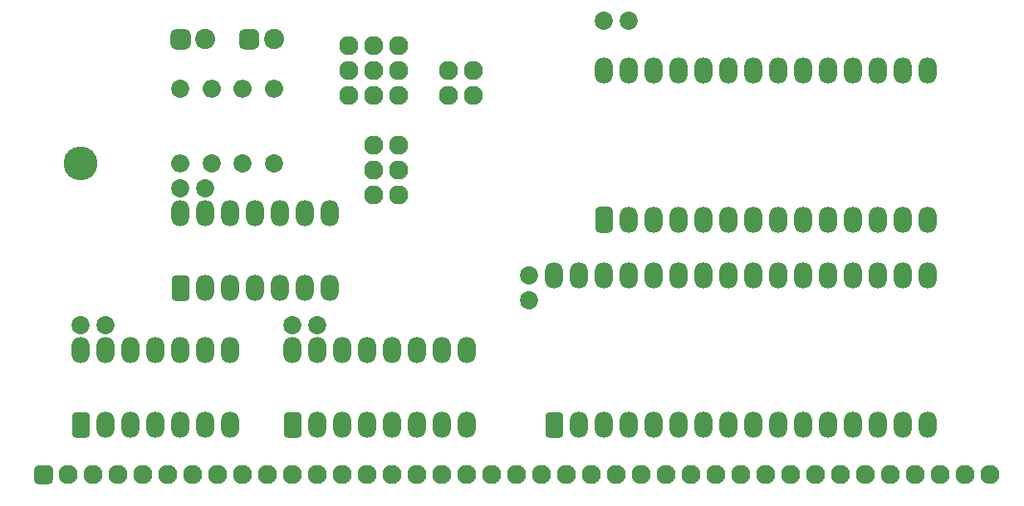
<source format=gbr>
%TF.GenerationSoftware,KiCad,Pcbnew,(5.1.6)-1*%
%TF.CreationDate,2021-01-05T00:51:17-08:00*%
%TF.ProjectId,rc-ramrom,72632d72-616d-4726-9f6d-2e6b69636164,rev?*%
%TF.SameCoordinates,PX9157080PY9071968*%
%TF.FileFunction,Soldermask,Top*%
%TF.FilePolarity,Negative*%
%FSLAX46Y46*%
G04 Gerber Fmt 4.6, Leading zero omitted, Abs format (unit mm)*
G04 Created by KiCad (PCBNEW (5.1.6)-1) date 2021-01-05 00:51:17*
%MOMM*%
%LPD*%
G01*
G04 APERTURE LIST*
%ADD10O,1.854000X2.654000*%
%ADD11C,1.854000*%
%ADD12O,1.854000X1.854000*%
%ADD13C,2.054000*%
%ADD14O,1.954000X1.954000*%
%ADD15C,3.454000*%
G04 APERTURE END LIST*
D10*
%TO.C,U1*%
X58420000Y42875200D03*
X91440000Y27635200D03*
X60960000Y42875200D03*
X88900000Y27635200D03*
X63500000Y42875200D03*
X86360000Y27635200D03*
X66040000Y42875200D03*
X83820000Y27635200D03*
X68580000Y42875200D03*
X81280000Y27635200D03*
X71120000Y42875200D03*
X78740000Y27635200D03*
X73660000Y42875200D03*
X76200000Y27635200D03*
X76200000Y42875200D03*
X73660000Y27635200D03*
X78740000Y42875200D03*
X71120000Y27635200D03*
X81280000Y42875200D03*
X68580000Y27635200D03*
X83820000Y42875200D03*
X66040000Y27635200D03*
X86360000Y42875200D03*
X63500000Y27635200D03*
X88900000Y42875200D03*
X60960000Y27635200D03*
X91440000Y42875200D03*
G36*
G01*
X58883500Y26308200D02*
X57956500Y26308200D01*
G75*
G02*
X57493000Y26771700I0J463500D01*
G01*
X57493000Y28498700D01*
G75*
G02*
X57956500Y28962200I463500J0D01*
G01*
X58883500Y28962200D01*
G75*
G02*
X59347000Y28498700I0J-463500D01*
G01*
X59347000Y26771700D01*
G75*
G02*
X58883500Y26308200I-463500J0D01*
G01*
G37*
%TD*%
%TO.C,U2*%
X53340000Y21920200D03*
X91440000Y6680200D03*
X55880000Y21920200D03*
X88900000Y6680200D03*
X58420000Y21920200D03*
X86360000Y6680200D03*
X60960000Y21920200D03*
X83820000Y6680200D03*
X63500000Y21920200D03*
X81280000Y6680200D03*
X66040000Y21920200D03*
X78740000Y6680200D03*
X68580000Y21920200D03*
X76200000Y6680200D03*
X71120000Y21920200D03*
X73660000Y6680200D03*
X73660000Y21920200D03*
X71120000Y6680200D03*
X76200000Y21920200D03*
X68580000Y6680200D03*
X78740000Y21920200D03*
X66040000Y6680200D03*
X81280000Y21920200D03*
X63500000Y6680200D03*
X83820000Y21920200D03*
X60960000Y6680200D03*
X86360000Y21920200D03*
X58420000Y6680200D03*
X88900000Y21920200D03*
X55880000Y6680200D03*
X91440000Y21920200D03*
G36*
G01*
X53803500Y5353200D02*
X52876500Y5353200D01*
G75*
G02*
X52413000Y5816700I0J463500D01*
G01*
X52413000Y7543700D01*
G75*
G02*
X52876500Y8007200I463500J0D01*
G01*
X53803500Y8007200D01*
G75*
G02*
X54267000Y7543700I0J-463500D01*
G01*
X54267000Y5816700D01*
G75*
G02*
X53803500Y5353200I-463500J0D01*
G01*
G37*
%TD*%
D11*
%TO.C,C2*%
X50800000Y19420200D03*
X50800000Y21920200D03*
%TD*%
D12*
%TO.C,R2*%
X18415000Y40970200D03*
D11*
X18415000Y33350200D03*
%TD*%
D13*
%TO.C,D2*%
X24765000Y46050200D03*
G36*
G01*
X21198000Y45536700D02*
X21198000Y46563700D01*
G75*
G02*
X21711500Y47077200I513500J0D01*
G01*
X22738500Y47077200D01*
G75*
G02*
X23252000Y46563700I0J-513500D01*
G01*
X23252000Y45536700D01*
G75*
G02*
X22738500Y45023200I-513500J0D01*
G01*
X21711500Y45023200D01*
G75*
G02*
X21198000Y45536700I0J513500D01*
G01*
G37*
%TD*%
D10*
%TO.C,U4*%
X5080000Y14300200D03*
X20320000Y6680200D03*
X7620000Y14300200D03*
X17780000Y6680200D03*
X10160000Y14300200D03*
X15240000Y6680200D03*
X12700000Y14300200D03*
X12700000Y6680200D03*
X15240000Y14300200D03*
X10160000Y6680200D03*
X17780000Y14300200D03*
X7620000Y6680200D03*
X20320000Y14300200D03*
G36*
G01*
X5543500Y5353200D02*
X4616500Y5353200D01*
G75*
G02*
X4153000Y5816700I0J463500D01*
G01*
X4153000Y7543700D01*
G75*
G02*
X4616500Y8007200I463500J0D01*
G01*
X5543500Y8007200D01*
G75*
G02*
X6007000Y7543700I0J-463500D01*
G01*
X6007000Y5816700D01*
G75*
G02*
X5543500Y5353200I-463500J0D01*
G01*
G37*
%TD*%
%TO.C,U5*%
X26670000Y14300200D03*
X44450000Y6680200D03*
X29210000Y14300200D03*
X41910000Y6680200D03*
X31750000Y14300200D03*
X39370000Y6680200D03*
X34290000Y14300200D03*
X36830000Y6680200D03*
X36830000Y14300200D03*
X34290000Y6680200D03*
X39370000Y14300200D03*
X31750000Y6680200D03*
X41910000Y14300200D03*
X29210000Y6680200D03*
X44450000Y14300200D03*
G36*
G01*
X27133500Y5353200D02*
X26206500Y5353200D01*
G75*
G02*
X25743000Y5816700I0J463500D01*
G01*
X25743000Y7543700D01*
G75*
G02*
X26206500Y8007200I463500J0D01*
G01*
X27133500Y8007200D01*
G75*
G02*
X27597000Y7543700I0J-463500D01*
G01*
X27597000Y5816700D01*
G75*
G02*
X27133500Y5353200I-463500J0D01*
G01*
G37*
%TD*%
D14*
%TO.C,JP6*%
X45085000Y42875200D03*
X45085000Y40335200D03*
X42545000Y42875200D03*
X42545000Y40335200D03*
%TD*%
%TO.C,U3*%
G36*
G01*
X15703500Y19323200D02*
X14776500Y19323200D01*
G75*
G02*
X14313000Y19786700I0J463500D01*
G01*
X14313000Y21513700D01*
G75*
G02*
X14776500Y21977200I463500J0D01*
G01*
X15703500Y21977200D01*
G75*
G02*
X16167000Y21513700I0J-463500D01*
G01*
X16167000Y19786700D01*
G75*
G02*
X15703500Y19323200I-463500J0D01*
G01*
G37*
D10*
X30480000Y28270200D03*
X17780000Y20650200D03*
X27940000Y28270200D03*
X20320000Y20650200D03*
X25400000Y28270200D03*
X22860000Y20650200D03*
X22860000Y28270200D03*
X25400000Y20650200D03*
X20320000Y28270200D03*
X27940000Y20650200D03*
X17780000Y28270200D03*
X30480000Y20650200D03*
X15240000Y28270200D03*
%TD*%
D12*
%TO.C,R1*%
X15240000Y33350200D03*
D11*
X15240000Y40970200D03*
%TD*%
D12*
%TO.C,R4*%
X24765000Y40970200D03*
D11*
X24765000Y33350200D03*
%TD*%
D12*
%TO.C,R3*%
X21590000Y40970200D03*
D11*
X21590000Y33350200D03*
%TD*%
D14*
%TO.C,JP5*%
X37465000Y40335200D03*
X37465000Y42875200D03*
X37465000Y45415200D03*
%TD*%
%TO.C,JP4*%
X34925000Y40335200D03*
X34925000Y42875200D03*
X34925000Y45415200D03*
%TD*%
%TO.C,JP3*%
X32385000Y40335200D03*
X32385000Y42875200D03*
X32385000Y45415200D03*
%TD*%
%TO.C,JP2*%
X37465000Y30175200D03*
X37465000Y32715200D03*
X37465000Y35255200D03*
%TD*%
%TO.C,JP1*%
X34925000Y30175200D03*
X34925000Y32715200D03*
X34925000Y35255200D03*
%TD*%
D13*
%TO.C,D1*%
X17780000Y46050200D03*
G36*
G01*
X14213000Y45536700D02*
X14213000Y46563700D01*
G75*
G02*
X14726500Y47077200I513500J0D01*
G01*
X15753500Y47077200D01*
G75*
G02*
X16267000Y46563700I0J-513500D01*
G01*
X16267000Y45536700D01*
G75*
G02*
X15753500Y45023200I-513500J0D01*
G01*
X14726500Y45023200D01*
G75*
G02*
X14213000Y45536700I0J513500D01*
G01*
G37*
%TD*%
D11*
%TO.C,C3*%
X17740000Y30810200D03*
X15240000Y30810200D03*
%TD*%
%TO.C,C4*%
X7580000Y16840200D03*
X5080000Y16840200D03*
%TD*%
%TO.C,C5*%
X29170000Y16840200D03*
X26670000Y16840200D03*
%TD*%
%TO.C,C1*%
X60920000Y47955200D03*
X58420000Y47955200D03*
%TD*%
D14*
%TO.C,J1*%
X97790000Y1600200D03*
X95250000Y1600200D03*
X92710000Y1600200D03*
X90170000Y1600200D03*
X87630000Y1600200D03*
X85090000Y1600200D03*
X82550000Y1600200D03*
X80010000Y1600200D03*
X77470000Y1600200D03*
X74930000Y1600200D03*
X72390000Y1600200D03*
X69850000Y1600200D03*
X67310000Y1600200D03*
X64770000Y1600200D03*
X62230000Y1600200D03*
X59690000Y1600200D03*
X57150000Y1600200D03*
X54610000Y1600200D03*
X52070000Y1600200D03*
X49530000Y1600200D03*
X46990000Y1600200D03*
X44450000Y1600200D03*
X41910000Y1600200D03*
X39370000Y1600200D03*
X36830000Y1600200D03*
X34290000Y1600200D03*
X31750000Y1600200D03*
X29210000Y1600200D03*
X26670000Y1600200D03*
X24130000Y1600200D03*
X21590000Y1600200D03*
X19050000Y1600200D03*
X16510000Y1600200D03*
X13970000Y1600200D03*
X11430000Y1600200D03*
X8890000Y1600200D03*
X6350000Y1600200D03*
X3810000Y1600200D03*
G36*
G01*
X1758500Y623200D02*
X781500Y623200D01*
G75*
G02*
X293000Y1111700I0J488500D01*
G01*
X293000Y2088700D01*
G75*
G02*
X781500Y2577200I488500J0D01*
G01*
X1758500Y2577200D01*
G75*
G02*
X2247000Y2088700I0J-488500D01*
G01*
X2247000Y1111700D01*
G75*
G02*
X1758500Y623200I-488500J0D01*
G01*
G37*
%TD*%
D15*
%TO.C,*%
X5080000Y33350200D03*
%TD*%
M02*

</source>
